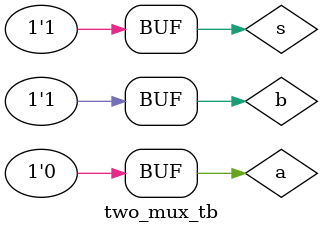
<source format=v>
`include "dut.v"
module two_mux_tb;
reg s;
reg a,b;
wire z;
two_mux dut(z,s,a,b);
initial begin
{a,b} =2'b01;
#10 s=0;
#10 s=1;
end
initial 
$monitor("@time=[%0t],s=%0b,a=%0b,b=%0b,z=%0b",$time,s,a,b,z);
endmodule

</source>
